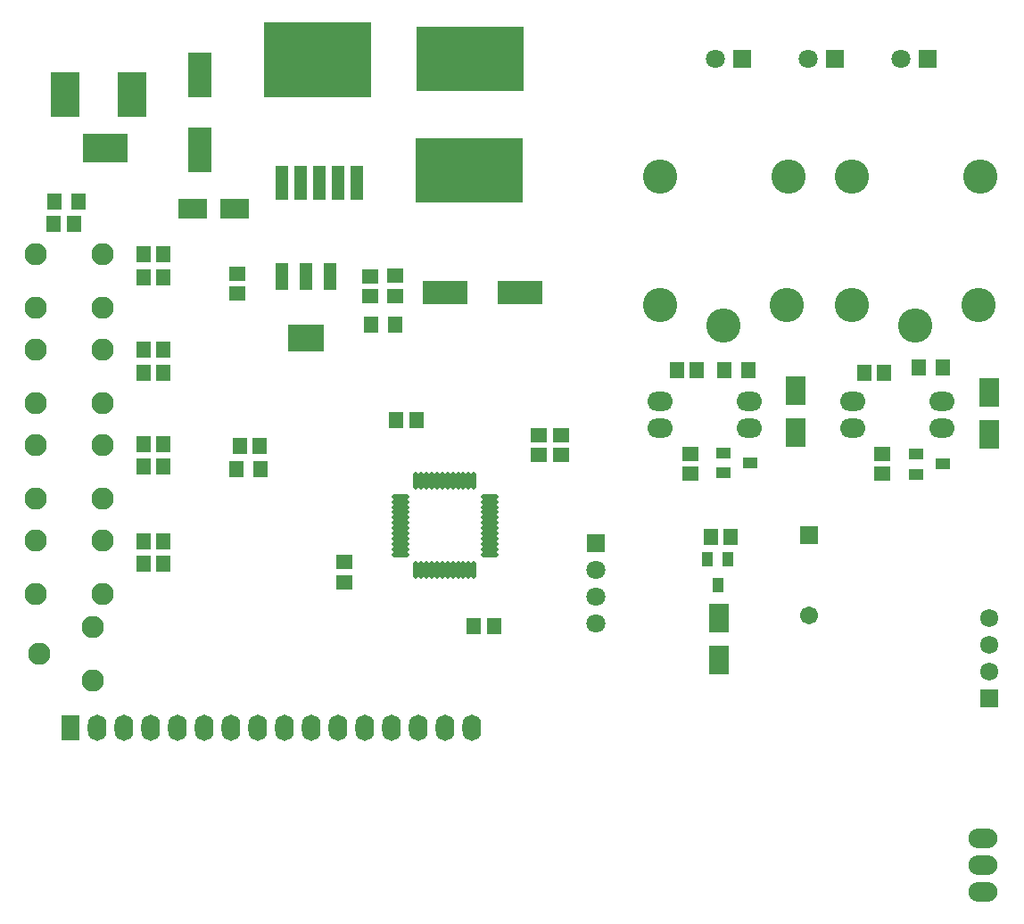
<source format=gts>
G04*
G04 #@! TF.GenerationSoftware,Altium Limited,Altium Designer,21.9.2 (33)*
G04*
G04 Layer_Color=8388736*
%FSLAX25Y25*%
%MOIN*%
G70*
G04*
G04 #@! TF.SameCoordinates,16876C39-77F7-4B8B-AB46-175668DC8D83*
G04*
G04*
G04 #@! TF.FilePolarity,Negative*
G04*
G01*
G75*
%ADD37O,0.06509X0.01981*%
%ADD38O,0.01981X0.06509*%
%ADD39R,0.07493X0.10642*%
%ADD40R,0.04147X0.05524*%
%ADD41R,0.05524X0.06312*%
%ADD42R,0.05524X0.04147*%
%ADD43R,0.05800X0.06300*%
%ADD44O,0.09658X0.07099*%
%ADD45R,0.06312X0.05524*%
%ADD46R,0.40170X0.28359*%
%ADD47R,0.04737X0.12800*%
%ADD48R,0.40170X0.24422*%
%ADD49R,0.16548X0.08674*%
%ADD50R,0.13792X0.10249*%
%ADD51R,0.04737X0.10249*%
%ADD52R,0.10642X0.07493*%
%ADD53R,0.08674X0.16548*%
%ADD54O,0.10800X0.07400*%
%ADD55C,0.06784*%
%ADD56R,0.06784X0.06784*%
%ADD57C,0.07099*%
%ADD58R,0.07099X0.07099*%
%ADD59C,0.06706*%
%ADD60R,0.06706X0.06706*%
%ADD61R,0.07099X0.07099*%
%ADD62C,0.12800*%
%ADD63R,0.07000X0.09800*%
%ADD64O,0.07000X0.09800*%
%ADD65C,0.08300*%
%ADD66R,0.10800X0.16800*%
%ADD67R,0.16800X0.10800*%
D37*
X332634Y327327D02*
D03*
Y325358D02*
D03*
Y323390D02*
D03*
Y321421D02*
D03*
Y319453D02*
D03*
Y317484D02*
D03*
Y315516D02*
D03*
Y313547D02*
D03*
Y311579D02*
D03*
Y309610D02*
D03*
Y307642D02*
D03*
Y305673D02*
D03*
X299366D02*
D03*
Y307642D02*
D03*
Y309610D02*
D03*
Y311579D02*
D03*
Y313547D02*
D03*
Y315516D02*
D03*
Y317484D02*
D03*
Y319453D02*
D03*
Y321421D02*
D03*
Y323390D02*
D03*
Y325358D02*
D03*
Y327327D02*
D03*
D38*
X326827Y299866D02*
D03*
X324858D02*
D03*
X322890D02*
D03*
X320921D02*
D03*
X318953D02*
D03*
X316984D02*
D03*
X315016D02*
D03*
X313047D02*
D03*
X311079D02*
D03*
X309110D02*
D03*
X307142D02*
D03*
X305173D02*
D03*
Y333134D02*
D03*
X307142D02*
D03*
X309110D02*
D03*
X311079D02*
D03*
X313047D02*
D03*
X315016D02*
D03*
X316984D02*
D03*
X318953D02*
D03*
X320921D02*
D03*
X322890D02*
D03*
X324858D02*
D03*
X326827D02*
D03*
D39*
X447000Y351126D02*
D03*
Y366874D02*
D03*
X418500Y281874D02*
D03*
Y266126D02*
D03*
X519500Y350626D02*
D03*
Y366374D02*
D03*
D40*
X417980Y294079D02*
D03*
X421700Y303900D02*
D03*
X414120Y303921D02*
D03*
D41*
X326777Y278987D02*
D03*
X334258D02*
D03*
X297777Y355987D02*
D03*
X305258D02*
D03*
X472743Y373739D02*
D03*
X480223D02*
D03*
X402742Y374739D02*
D03*
X410223D02*
D03*
X210723Y418013D02*
D03*
X203242D02*
D03*
X210757Y409261D02*
D03*
X203277D02*
D03*
Y382387D02*
D03*
X210757D02*
D03*
X210768Y373694D02*
D03*
X203287D02*
D03*
X203277Y346787D02*
D03*
X210757D02*
D03*
X210768Y338627D02*
D03*
X203287D02*
D03*
X203277Y310487D02*
D03*
X210757D02*
D03*
X210747Y302261D02*
D03*
X203267D02*
D03*
X246758Y346261D02*
D03*
X239277D02*
D03*
X177258Y429261D02*
D03*
X169777D02*
D03*
X415277Y312261D02*
D03*
X422757D02*
D03*
D42*
X502000Y339500D02*
D03*
X492179Y343220D02*
D03*
X492157Y335640D02*
D03*
X429921Y339980D02*
D03*
X420100Y343700D02*
D03*
X420079Y336120D02*
D03*
D43*
X493000Y375500D02*
D03*
X502000D02*
D03*
X420500Y374500D02*
D03*
X429500D02*
D03*
X297500Y391500D02*
D03*
X288500D02*
D03*
X238000Y337500D02*
D03*
X247000D02*
D03*
X170000Y437500D02*
D03*
X179000D02*
D03*
D44*
X501732Y353000D02*
D03*
Y363000D02*
D03*
X468268D02*
D03*
Y353000D02*
D03*
X429732D02*
D03*
Y363000D02*
D03*
X396268D02*
D03*
Y353000D02*
D03*
D45*
X479239Y343257D02*
D03*
Y335777D02*
D03*
X407739Y343257D02*
D03*
Y335777D02*
D03*
X287987Y409723D02*
D03*
Y402243D02*
D03*
X238487Y410723D02*
D03*
Y403242D02*
D03*
X278513Y295277D02*
D03*
Y302758D02*
D03*
X297239Y402287D02*
D03*
Y409768D02*
D03*
X351013Y350257D02*
D03*
Y342777D02*
D03*
X359239D02*
D03*
Y350257D02*
D03*
D46*
X268500Y490500D02*
D03*
D47*
X283000Y444500D02*
D03*
X276000D02*
D03*
X269000D02*
D03*
X262000D02*
D03*
X255000D02*
D03*
D48*
X325500Y491000D02*
D03*
X325106Y449268D02*
D03*
D49*
X316024Y403500D02*
D03*
X343976D02*
D03*
D50*
X264000Y386583D02*
D03*
D51*
X254945Y409417D02*
D03*
X264000D02*
D03*
X273055D02*
D03*
D52*
X221626Y435000D02*
D03*
X237374D02*
D03*
D53*
X224500Y484976D02*
D03*
Y457024D02*
D03*
D54*
X517000Y199500D02*
D03*
Y189500D02*
D03*
Y179500D02*
D03*
D55*
X519500Y282000D02*
D03*
Y272000D02*
D03*
Y262000D02*
D03*
D56*
Y252000D02*
D03*
D57*
X372500Y280000D02*
D03*
Y300000D02*
D03*
Y290000D02*
D03*
X486500Y491000D02*
D03*
X451750D02*
D03*
X417000D02*
D03*
D58*
X372500Y310000D02*
D03*
D59*
X452000Y283000D02*
D03*
D60*
X451950Y313000D02*
D03*
D61*
X496500Y491000D02*
D03*
X461750D02*
D03*
X427000D02*
D03*
D62*
X443744Y398969D02*
D03*
X396500D02*
D03*
X444500Y447000D02*
D03*
X396500D02*
D03*
X420122Y391094D02*
D03*
X515244Y398969D02*
D03*
X468000D02*
D03*
X516000Y447000D02*
D03*
X468000D02*
D03*
X491622Y391094D02*
D03*
D63*
X176000Y241000D02*
D03*
D64*
X186000D02*
D03*
X196000D02*
D03*
X206000D02*
D03*
X216000D02*
D03*
X226000D02*
D03*
X236000D02*
D03*
X246000D02*
D03*
X256000D02*
D03*
X266000D02*
D03*
X276000D02*
D03*
X286000D02*
D03*
X296000D02*
D03*
X306000D02*
D03*
X316000D02*
D03*
X326000D02*
D03*
D65*
X184500Y278500D02*
D03*
X164500Y268500D02*
D03*
X184500Y258500D02*
D03*
X163000Y311000D02*
D03*
X188000Y291000D02*
D03*
Y311000D02*
D03*
X163000Y291000D02*
D03*
Y346667D02*
D03*
X188000Y326667D02*
D03*
Y346667D02*
D03*
X163000Y326667D02*
D03*
Y382333D02*
D03*
X188000Y362333D02*
D03*
Y382333D02*
D03*
X163000Y362333D02*
D03*
X188000Y398000D02*
D03*
X163000Y418000D02*
D03*
Y398000D02*
D03*
X188000Y418000D02*
D03*
D66*
X199000Y477500D02*
D03*
X174000D02*
D03*
D67*
X189000Y457500D02*
D03*
M02*

</source>
